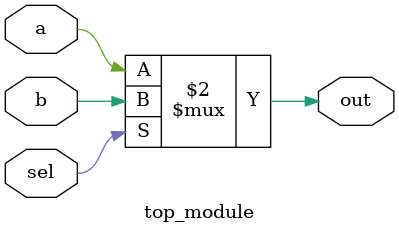
<source format=sv>
module top_module (
    input a,
    input b,
    input sel,
    output out
);
    wire out;
    
    assign out = (sel == 1'b1) ? b : a;
    
endmodule

</source>
